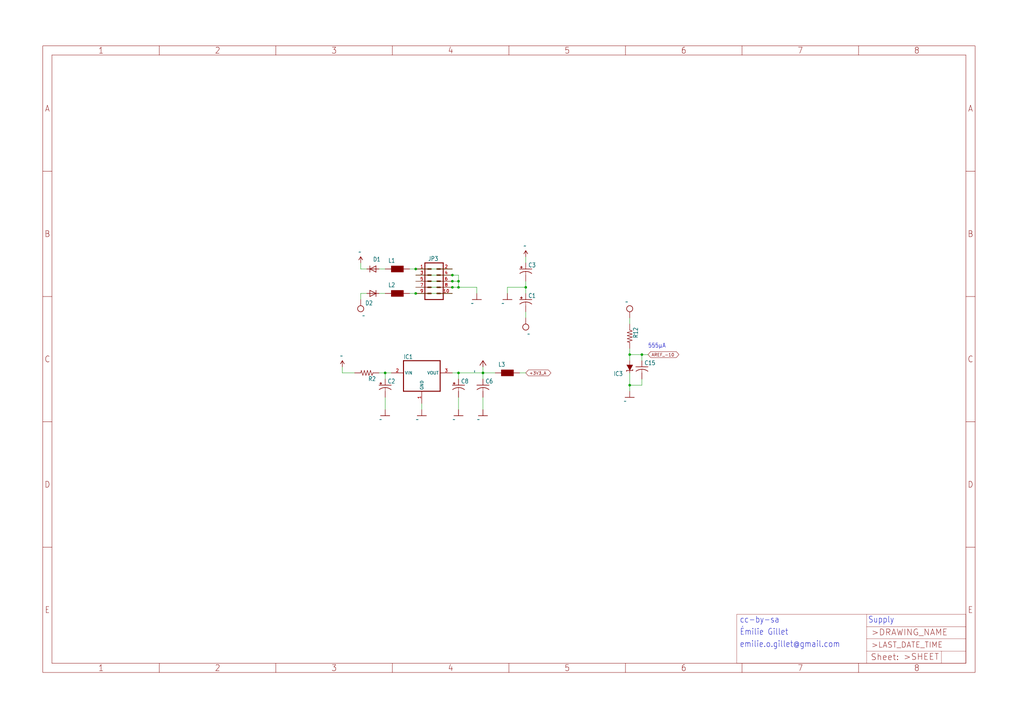
<source format=kicad_sch>
(kicad_sch (version 20211123) (generator eeschema)
  (paper "User" 425.45 299.161)
  (lib_symbols
    (symbol "rings_v30-eagle-import:+3V3" (power)
      (property "Value" "+3V3" (at -2.54 -5.08 90))
      (symbol "+3V3_1_0"
        (polyline (pts (xy 0 0) (xy -1.27 -1.905)) (stroke (width 0.254)))
        (polyline (pts (xy 1.27 -1.905) (xy 0 0)) (stroke (width 0.254)))
        (pin power_in line (at 0 -2.54 90) (length 2.54) (name "+3V3") (number "1"))
      )
    )
    (symbol "rings_v30-eagle-import:A3L-LOC"
      (symbol "A3L-LOC_0_0"
        (polyline (pts (xy 0 52.07) (xy 3.81 52.07)))
        (polyline (pts (xy 0 104.14) (xy 3.81 104.14)))
        (polyline (pts (xy 0 156.21) (xy 3.81 156.21)))
        (polyline (pts (xy 0 208.28) (xy 3.81 208.28)))
        (polyline (pts (xy 3.81 3.81) (xy 3.81 256.54)))
        (polyline (pts (xy 48.4188 0) (xy 48.4188 3.81)))
        (polyline (pts (xy 48.4188 256.54) (xy 48.4188 260.35)))
        (polyline (pts (xy 96.8375 0) (xy 96.8375 3.81)))
        (polyline (pts (xy 96.8375 256.54) (xy 96.8375 260.35)))
        (polyline (pts (xy 145.2563 0) (xy 145.2563 3.81)))
        (polyline (pts (xy 145.2563 256.54) (xy 145.2563 260.35)))
        (polyline (pts (xy 193.675 0) (xy 193.675 3.81)))
        (polyline (pts (xy 193.675 256.54) (xy 193.675 260.35)))
        (polyline (pts (xy 242.0938 0) (xy 242.0938 3.81)))
        (polyline (pts (xy 242.0938 256.54) (xy 242.0938 260.35)))
        (polyline (pts (xy 290.5125 0) (xy 290.5125 3.81)))
        (polyline (pts (xy 290.5125 256.54) (xy 290.5125 260.35)))
        (polyline (pts (xy 338.9313 0) (xy 338.9313 3.81)))
        (polyline (pts (xy 338.9313 256.54) (xy 338.9313 260.35)))
        (polyline (pts (xy 383.54 3.81) (xy 3.81 3.81)))
        (polyline (pts (xy 383.54 3.81) (xy 383.54 256.54)))
        (polyline (pts (xy 383.54 52.07) (xy 387.35 52.07)))
        (polyline (pts (xy 383.54 104.14) (xy 387.35 104.14)))
        (polyline (pts (xy 383.54 156.21) (xy 387.35 156.21)))
        (polyline (pts (xy 383.54 208.28) (xy 387.35 208.28)))
        (polyline (pts (xy 383.54 256.54) (xy 3.81 256.54)))
        (polyline (pts (xy 0 0) (xy 387.35 0) (xy 387.35 260.35) (xy 0 260.35) (xy 0 0)))
        (text "1" (at 24.2094 1.905 0) (effects (font (size 2.54 2.286))))
        (text "1" (at 24.2094 258.445 0) (effects (font (size 2.54 2.286))))
        (text "2" (at 72.6281 1.905 0) (effects (font (size 2.54 2.286))))
        (text "2" (at 72.6281 258.445 0) (effects (font (size 2.54 2.286))))
        (text "3" (at 121.0469 1.905 0) (effects (font (size 2.54 2.286))))
        (text "3" (at 121.0469 258.445 0) (effects (font (size 2.54 2.286))))
        (text "4" (at 169.4656 1.905 0) (effects (font (size 2.54 2.286))))
        (text "4" (at 169.4656 258.445 0) (effects (font (size 2.54 2.286))))
        (text "5" (at 217.8844 1.905 0) (effects (font (size 2.54 2.286))))
        (text "5" (at 217.8844 258.445 0) (effects (font (size 2.54 2.286))))
        (text "6" (at 266.3031 1.905 0) (effects (font (size 2.54 2.286))))
        (text "6" (at 266.3031 258.445 0) (effects (font (size 2.54 2.286))))
        (text "7" (at 314.7219 1.905 0) (effects (font (size 2.54 2.286))))
        (text "7" (at 314.7219 258.445 0) (effects (font (size 2.54 2.286))))
        (text "8" (at 363.1406 1.905 0) (effects (font (size 2.54 2.286))))
        (text "8" (at 363.1406 258.445 0) (effects (font (size 2.54 2.286))))
        (text "A" (at 1.905 234.315 0) (effects (font (size 2.54 2.286))))
        (text "A" (at 385.445 234.315 0) (effects (font (size 2.54 2.286))))
        (text "B" (at 1.905 182.245 0) (effects (font (size 2.54 2.286))))
        (text "B" (at 385.445 182.245 0) (effects (font (size 2.54 2.286))))
        (text "C" (at 1.905 130.175 0) (effects (font (size 2.54 2.286))))
        (text "C" (at 385.445 130.175 0) (effects (font (size 2.54 2.286))))
        (text "D" (at 1.905 78.105 0) (effects (font (size 2.54 2.286))))
        (text "D" (at 385.445 78.105 0) (effects (font (size 2.54 2.286))))
        (text "E" (at 1.905 26.035 0) (effects (font (size 2.54 2.286))))
        (text "E" (at 385.445 26.035 0) (effects (font (size 2.54 2.286))))
      )
      (symbol "A3L-LOC_1_0"
        (polyline (pts (xy 288.29 3.81) (xy 288.29 24.13)) (stroke (width 0.1016)))
        (polyline (pts (xy 288.29 3.81) (xy 342.265 3.81)) (stroke (width 0.1016)))
        (polyline (pts (xy 288.29 24.13) (xy 342.265 24.13)) (stroke (width 0.1016)))
        (polyline (pts (xy 342.265 3.81) (xy 373.38 3.81)) (stroke (width 0.1016)))
        (polyline (pts (xy 342.265 8.89) (xy 342.265 3.81)) (stroke (width 0.1016)))
        (polyline (pts (xy 342.265 8.89) (xy 342.265 13.97)) (stroke (width 0.1016)))
        (polyline (pts (xy 342.265 13.97) (xy 342.265 19.05)) (stroke (width 0.1016)))
        (polyline (pts (xy 342.265 13.97) (xy 383.54 13.97)) (stroke (width 0.1016)))
        (polyline (pts (xy 342.265 19.05) (xy 342.265 24.13)) (stroke (width 0.1016)))
        (polyline (pts (xy 342.265 19.05) (xy 383.54 19.05)) (stroke (width 0.1016)))
        (polyline (pts (xy 342.265 24.13) (xy 383.54 24.13)) (stroke (width 0.1016)))
        (polyline (pts (xy 373.38 3.81) (xy 373.38 8.89)) (stroke (width 0.1016)))
        (polyline (pts (xy 373.38 3.81) (xy 383.54 3.81)) (stroke (width 0.1016)))
        (polyline (pts (xy 373.38 8.89) (xy 342.265 8.89)) (stroke (width 0.1016)))
        (polyline (pts (xy 373.38 8.89) (xy 383.54 8.89)) (stroke (width 0.1016)))
        (polyline (pts (xy 383.54 3.81) (xy 383.54 8.89)) (stroke (width 0.1016)))
        (polyline (pts (xy 383.54 8.89) (xy 383.54 13.97)) (stroke (width 0.1016)))
        (polyline (pts (xy 383.54 13.97) (xy 383.54 19.05)) (stroke (width 0.1016)))
        (polyline (pts (xy 383.54 19.05) (xy 383.54 24.13)) (stroke (width 0.1016)))
        (text ">DRAWING_NAME" (at 344.17 15.24 0) (effects (font (size 2.54 2.54)) (justify left bottom)))
        (text ">LAST_DATE_TIME" (at 344.17 10.16 0) (effects (font (size 2.286 2.286)) (justify left bottom)))
        (text ">SHEET" (at 357.505 5.08 0) (effects (font (size 2.54 2.54)) (justify left bottom)))
        (text "Sheet:" (at 343.916 4.953 0) (effects (font (size 2.54 2.54)) (justify left bottom)))
      )
    )
    (symbol "rings_v30-eagle-import:C-USC0603"
      (property "Reference" "C" (at 1.016 0.635 0))
      (property "Value" "C-USC0603" (at 1.016 -4.191 0))
      (symbol "C-USC0603_1_0"
        (arc (start 0 -1.0161) (mid -1.302 -1.2303) (end -2.4668 -1.8504) (stroke (width 0.254)))
        (polyline (pts (xy -2.54 0) (xy 2.54 0)) (stroke (width 0.254)))
        (polyline (pts (xy 0 -1.016) (xy 0 -2.54)) (stroke (width 0.1524)))
        (arc (start 2.4892 -1.8542) (mid 1.3158 -1.2195) (end 0 -1) (stroke (width 0.254)))
        (pin passive line (at 0 2.54 270) (length 2.54) (name "1") (number "1"))
        (pin passive line (at 0 -5.08 90) (length 2.54) (name "2") (number "2"))
      )
    )
    (symbol "rings_v30-eagle-import:CPOL-USC"
      (property "Reference" "C" (at 1.016 0.635 0))
      (property "Value" "CPOL-USC" (at 1.016 -4.191 0))
      (symbol "CPOL-USC_1_0"
        (rectangle (start -2.253 0.668) (end -1.364 0.795) (fill (type outline)))
        (rectangle (start -1.872 0.287) (end -1.745 1.176) (fill (type outline)))
        (arc (start 0 -1.0161) (mid -1.3021 -1.2302) (end -2.4669 -1.8504) (stroke (width 0.254)))
        (polyline (pts (xy -2.54 0) (xy 2.54 0)) (stroke (width 0.254)))
        (polyline (pts (xy 0 -1.016) (xy 0 -2.54)) (stroke (width 0.1524)))
        (arc (start 2.4892 -1.8542) (mid 1.3158 -1.2195) (end 0 -1) (stroke (width 0.254)))
        (pin passive line (at 0 2.54 270) (length 2.54) (name "+") (number "+"))
        (pin passive line (at 0 -5.08 90) (length 2.54) (name "-") (number "-"))
      )
    )
    (symbol "rings_v30-eagle-import:CPOL-USD"
      (property "Reference" "C" (at 1.016 0.635 0))
      (property "Value" "CPOL-USD" (at 1.016 -4.191 0))
      (symbol "CPOL-USD_1_0"
        (rectangle (start -2.253 0.668) (end -1.364 0.795) (fill (type outline)))
        (rectangle (start -1.872 0.287) (end -1.745 1.176) (fill (type outline)))
        (arc (start 0 -1.0161) (mid -1.3021 -1.2302) (end -2.4669 -1.8504) (stroke (width 0.254)))
        (polyline (pts (xy -2.54 0) (xy 2.54 0)) (stroke (width 0.254)))
        (polyline (pts (xy 0 -1.016) (xy 0 -2.54)) (stroke (width 0.1524)))
        (arc (start 2.4892 -1.8542) (mid 1.3158 -1.2195) (end 0 -1) (stroke (width 0.254)))
        (pin passive line (at 0 2.54 270) (length 2.54) (name "+") (number "+"))
        (pin passive line (at 0 -5.08 90) (length 2.54) (name "-") (number "-"))
      )
    )
    (symbol "rings_v30-eagle-import:DIODE-SOD123"
      (property "Reference" "D" (at 2.54 0.4826 0))
      (property "Value" "DIODE-SOD123" (at 2.54 -2.3114 0))
      (symbol "DIODE-SOD123_1_0"
        (polyline (pts (xy -1.27 -1.27) (xy 1.27 0)) (stroke (width 0.254)))
        (polyline (pts (xy -1.27 1.27) (xy -1.27 -1.27)) (stroke (width 0.254)))
        (polyline (pts (xy 1.27 0) (xy -1.27 1.27)) (stroke (width 0.254)))
        (polyline (pts (xy 1.27 0) (xy 1.27 -1.27)) (stroke (width 0.254)))
        (polyline (pts (xy 1.27 1.27) (xy 1.27 0)) (stroke (width 0.254)))
        (pin passive line (at -2.54 0 0) (length 2.54) (name "A") (number "A"))
        (pin passive line (at 2.54 0 180) (length 2.54) (name "C") (number "C"))
      )
    )
    (symbol "rings_v30-eagle-import:GND" (power)
      (property "Value" "GND" (at -2.54 -2.54 0))
      (symbol "GND_1_0"
        (polyline (pts (xy -1.905 0) (xy 1.905 0)) (stroke (width 0.254)))
        (pin power_in line (at 0 2.54 270) (length 2.54) (name "GND") (number "1"))
      )
    )
    (symbol "rings_v30-eagle-import:LM4041DBZ"
      (property "Reference" "IC" (at 2.794 1.905 0))
      (property "Value" "LM4041DBZ" (at 2.794 -0.889 0))
      (symbol "LM4041DBZ_1_0"
        (polyline (pts (xy -1.27 1.524) (xy -1.27 1.143)) (stroke (width 0.254)))
        (polyline (pts (xy 0 1.524) (xy -1.27 1.524)) (stroke (width 0.254)))
        (polyline (pts (xy 1.27 1.524) (xy 0 1.524)) (stroke (width 0.254)))
        (polyline (pts (xy 1.27 1.905) (xy 1.27 1.524)) (stroke (width 0.254)))
        (polyline (pts (xy 0 1.524) (xy -1.27 -0.762) (xy 1.27 -0.762)) (fill (type outline)))
        (pin passive line (at 0 2.54 270) (length 2.54) (name "C") (number "1"))
        (pin passive line (at 0 -2.54 90) (length 2.54) (name "A") (number "2"))
      )
    )
    (symbol "rings_v30-eagle-import:M05X2PTH"
      (property "Reference" "JP" (at -2.54 8.382 0))
      (property "Value" "M05X2PTH" (at -2.54 -10.16 0))
      (symbol "M05X2PTH_1_0"
        (polyline (pts (xy -3.81 7.62) (xy -3.81 -7.62)) (stroke (width 0.4064)))
        (polyline (pts (xy -3.81 7.62) (xy 3.81 7.62)) (stroke (width 0.4064)))
        (polyline (pts (xy -1.27 -5.08) (xy -2.54 -5.08)) (stroke (width 0.6096)))
        (polyline (pts (xy -1.27 -2.54) (xy -2.54 -2.54)) (stroke (width 0.6096)))
        (polyline (pts (xy -1.27 0) (xy -2.54 0)) (stroke (width 0.6096)))
        (polyline (pts (xy -1.27 2.54) (xy -2.54 2.54)) (stroke (width 0.6096)))
        (polyline (pts (xy -1.27 5.08) (xy -2.54 5.08)) (stroke (width 0.6096)))
        (polyline (pts (xy 1.27 -5.08) (xy 2.54 -5.08)) (stroke (width 0.6096)))
        (polyline (pts (xy 1.27 -2.54) (xy 2.54 -2.54)) (stroke (width 0.6096)))
        (polyline (pts (xy 1.27 0) (xy 2.54 0)) (stroke (width 0.6096)))
        (polyline (pts (xy 1.27 2.54) (xy 2.54 2.54)) (stroke (width 0.6096)))
        (polyline (pts (xy 1.27 5.08) (xy 2.54 5.08)) (stroke (width 0.6096)))
        (polyline (pts (xy 3.81 -7.62) (xy -3.81 -7.62)) (stroke (width 0.4064)))
        (polyline (pts (xy 3.81 -7.62) (xy 3.81 7.62)) (stroke (width 0.4064)))
        (pin passive line (at -7.62 5.08 0) (length 5.08) (name "1") (number "1"))
        (pin passive line (at 7.62 -5.08 180) (length 5.08) (name "10") (number "10"))
        (pin passive line (at 7.62 5.08 180) (length 5.08) (name "2") (number "2"))
        (pin passive line (at -7.62 2.54 0) (length 5.08) (name "3") (number "3"))
        (pin passive line (at 7.62 2.54 180) (length 5.08) (name "4") (number "4"))
        (pin passive line (at -7.62 0 0) (length 5.08) (name "5") (number "5"))
        (pin passive line (at 7.62 0 180) (length 5.08) (name "6") (number "6"))
        (pin passive line (at -7.62 -2.54 0) (length 5.08) (name "7") (number "7"))
        (pin passive line (at 7.62 -2.54 180) (length 5.08) (name "8") (number "8"))
        (pin passive line (at -7.62 -5.08 0) (length 5.08) (name "9") (number "9"))
      )
    )
    (symbol "rings_v30-eagle-import:R-US_R0603"
      (property "Reference" "R" (at -3.81 1.4986 0))
      (property "Value" "R-US_R0603" (at -3.81 -3.302 0))
      (symbol "R-US_R0603_1_0"
        (polyline (pts (xy -2.54 0) (xy -2.159 1.016)) (stroke (width 0.2032)))
        (polyline (pts (xy -2.159 1.016) (xy -1.524 -1.016)) (stroke (width 0.2032)))
        (polyline (pts (xy -1.524 -1.016) (xy -0.889 1.016)) (stroke (width 0.2032)))
        (polyline (pts (xy -0.889 1.016) (xy -0.254 -1.016)) (stroke (width 0.2032)))
        (polyline (pts (xy -0.254 -1.016) (xy 0.381 1.016)) (stroke (width 0.2032)))
        (polyline (pts (xy 0.381 1.016) (xy 1.016 -1.016)) (stroke (width 0.2032)))
        (polyline (pts (xy 1.016 -1.016) (xy 1.651 1.016)) (stroke (width 0.2032)))
        (polyline (pts (xy 1.651 1.016) (xy 2.286 -1.016)) (stroke (width 0.2032)))
        (polyline (pts (xy 2.286 -1.016) (xy 2.54 0)) (stroke (width 0.2032)))
        (pin passive line (at -5.08 0 0) (length 2.54) (name "1") (number "1"))
        (pin passive line (at 5.08 0 180) (length 2.54) (name "2") (number "2"))
      )
    )
    (symbol "rings_v30-eagle-import:R-US_R1206"
      (property "Reference" "R" (at -3.81 1.4986 0))
      (property "Value" "R-US_R1206" (at -3.81 -3.302 0))
      (symbol "R-US_R1206_1_0"
        (polyline (pts (xy -2.54 0) (xy -2.159 1.016)) (stroke (width 0.2032)))
        (polyline (pts (xy -2.159 1.016) (xy -1.524 -1.016)) (stroke (width 0.2032)))
        (polyline (pts (xy -1.524 -1.016) (xy -0.889 1.016)) (stroke (width 0.2032)))
        (polyline (pts (xy -0.889 1.016) (xy -0.254 -1.016)) (stroke (width 0.2032)))
        (polyline (pts (xy -0.254 -1.016) (xy 0.381 1.016)) (stroke (width 0.2032)))
        (polyline (pts (xy 0.381 1.016) (xy 1.016 -1.016)) (stroke (width 0.2032)))
        (polyline (pts (xy 1.016 -1.016) (xy 1.651 1.016)) (stroke (width 0.2032)))
        (polyline (pts (xy 1.651 1.016) (xy 2.286 -1.016)) (stroke (width 0.2032)))
        (polyline (pts (xy 2.286 -1.016) (xy 2.54 0)) (stroke (width 0.2032)))
        (pin passive line (at -5.08 0 0) (length 2.54) (name "1") (number "1"))
        (pin passive line (at 5.08 0 180) (length 2.54) (name "2") (number "2"))
      )
    )
    (symbol "rings_v30-eagle-import:REG1117T"
      (property "Reference" "IC" (at -7.62 5.715 0))
      (property "Value" "REG1117T" (at -5.08 2.54 0))
      (symbol "REG1117T_1_0"
        (polyline (pts (xy -7.62 -7.62) (xy 7.62 -7.62)) (stroke (width 0.4064)))
        (polyline (pts (xy -7.62 5.08) (xy -7.62 -7.62)) (stroke (width 0.4064)))
        (polyline (pts (xy 7.62 -7.62) (xy 7.62 5.08)) (stroke (width 0.4064)))
        (polyline (pts (xy 7.62 5.08) (xy -7.62 5.08)) (stroke (width 0.4064)))
        (pin power_in line (at 0 -12.7 90) (length 5.08) (name "GND") (number "1"))
        (pin input line (at -12.7 0 0) (length 5.08) (name "VIN") (number "2"))
        (pin output line (at 12.7 0 180) (length 5.08) (name "VOUT") (number "3"))
      )
    )
    (symbol "rings_v30-eagle-import:VCC" (power)
      (property "Value" "VCC" (at -1.016 3.556 0))
      (symbol "VCC_1_0"
        (polyline (pts (xy 0 2.54) (xy -0.762 1.27)) (stroke (width 0.254)))
        (polyline (pts (xy 0.762 1.27) (xy 0 2.54)) (stroke (width 0.254)))
        (pin power_in line (at 0 0 90) (length 2.54) (name "VCC") (number "1"))
      )
    )
    (symbol "rings_v30-eagle-import:VEE" (power)
      (property "Value" "VEE" (at -1.905 3.175 0))
      (symbol "VEE_1_0"
        (circle (center 0 1.27) (radius 1.27) (stroke (width 0.254)))
        (pin power_in line (at 0 -2.54 90) (length 2.54) (name "VEE") (number "1"))
      )
    )
    (symbol "rings_v30-eagle-import:WE-CBF_0603"
      (property "Reference" "L" (at -3.81 5.08 0))
      (property "Value" "WE-CBF_0603" (at -3.81 -1.27 0))
      (symbol "WE-CBF_0603_1_0"
        (rectangle (start -2.54 1.27) (end 2.54 3.81) (fill (type outline)))
        (pin passive line (at -5.08 2.54 0) (length 2.54) (name "1") (number "1"))
        (pin passive line (at 5.08 2.54 180) (length 2.54) (name "2") (number "2"))
      )
    )
  )
  (junction (at 190.5 116.84))
  (junction (at 172.72 121.92))
  (junction (at 266.7 147.32))
  (junction (at 261.62 160.02))
  (junction (at 187.96 116.84))
  (junction (at 200.66 154.94))
  (junction (at 190.5 154.94))
  (junction (at 187.96 119.38))
  (junction (at 261.62 147.32))
  (junction (at 218.44 119.38))
  (junction (at 172.72 111.76))
  (junction (at 160.02 154.94))
  (junction (at 190.5 119.38))
  (junction (at 187.96 114.3))
  (wire (pts (xy 261.62 160.02) (xy 266.7 160.02)))
  (wire (pts (xy 190.5 116.84) (xy 190.5 119.38)))
  (wire (pts (xy 157.48 121.92) (xy 160.02 121.92)))
  (wire (pts (xy 172.72 119.38) (xy 187.96 119.38)))
  (wire (pts (xy 170.18 121.92) (xy 172.72 121.92)))
  (wire (pts (xy 218.44 129.54) (xy 218.44 132.08)))
  (wire (pts (xy 200.66 154.94) (xy 200.66 152.4)))
  (wire (pts (xy 200.66 154.94) (xy 200.66 157.48)))
  (wire (pts (xy 205.74 154.94) (xy 200.66 154.94)))
  (wire (pts (xy 218.44 119.38) (xy 210.82 119.38)))
  (wire (pts (xy 215.9 154.94) (xy 218.44 154.94)))
  (wire (pts (xy 198.12 119.38) (xy 198.12 121.92)))
  (wire (pts (xy 149.86 111.76) (xy 152.4 111.76)))
  (wire (pts (xy 200.66 165.1) (xy 200.66 170.18)))
  (wire (pts (xy 142.24 154.94) (xy 142.24 152.4)))
  (wire (pts (xy 190.5 154.94) (xy 200.66 154.94)))
  (wire (pts (xy 160.02 157.48) (xy 160.02 154.94)))
  (wire (pts (xy 218.44 109.22) (xy 218.44 106.68)))
  (wire (pts (xy 266.7 147.32) (xy 269.24 147.32)))
  (wire (pts (xy 266.7 157.48) (xy 266.7 160.02)))
  (wire (pts (xy 172.72 111.76) (xy 187.96 111.76)))
  (wire (pts (xy 187.96 154.94) (xy 190.5 154.94)))
  (wire (pts (xy 261.62 149.86) (xy 261.62 147.32)))
  (wire (pts (xy 175.26 167.64) (xy 175.26 170.18)))
  (wire (pts (xy 190.5 165.1) (xy 190.5 170.18)))
  (wire (pts (xy 261.62 134.62) (xy 261.62 132.08)))
  (wire (pts (xy 261.62 147.32) (xy 261.62 144.78)))
  (wire (pts (xy 147.32 154.94) (xy 142.24 154.94)))
  (wire (pts (xy 190.5 116.84) (xy 187.96 116.84)))
  (wire (pts (xy 210.82 119.38) (xy 210.82 121.92)))
  (wire (pts (xy 149.86 121.92) (xy 149.86 124.46)))
  (wire (pts (xy 157.48 111.76) (xy 160.02 111.76)))
  (wire (pts (xy 149.86 111.76) (xy 149.86 109.22)))
  (wire (pts (xy 170.18 111.76) (xy 172.72 111.76)))
  (wire (pts (xy 190.5 119.38) (xy 198.12 119.38)))
  (wire (pts (xy 218.44 119.38) (xy 218.44 116.84)))
  (wire (pts (xy 266.7 147.32) (xy 261.62 147.32)))
  (wire (pts (xy 149.86 121.92) (xy 152.4 121.92)))
  (wire (pts (xy 261.62 154.94) (xy 261.62 160.02)))
  (wire (pts (xy 187.96 119.38) (xy 190.5 119.38)))
  (wire (pts (xy 266.7 147.32) (xy 266.7 149.86)))
  (wire (pts (xy 261.62 160.02) (xy 261.62 162.56)))
  (wire (pts (xy 187.96 116.84) (xy 172.72 116.84)))
  (wire (pts (xy 172.72 121.92) (xy 187.96 121.92)))
  (wire (pts (xy 218.44 119.38) (xy 218.44 121.92)))
  (wire (pts (xy 190.5 114.3) (xy 190.5 116.84)))
  (wire (pts (xy 187.96 114.3) (xy 190.5 114.3)))
  (wire (pts (xy 160.02 165.1) (xy 160.02 170.18)))
  (wire (pts (xy 157.48 154.94) (xy 160.02 154.94)))
  (wire (pts (xy 160.02 154.94) (xy 162.56 154.94)))
  (wire (pts (xy 190.5 157.48) (xy 190.5 154.94)))
  (wire (pts (xy 172.72 114.3) (xy 187.96 114.3)))
  (text "555µA" (at 269.24 144.78 180) (effects (font (size 1.778 1.5113)) (justify left bottom)))
  (text "Émilie Gillet" (at 307.34 264.16 180) (effects (font (size 2.54 2.159)) (justify left bottom)))
  (text "emilie.o.gillet@gmail.com" (at 307.34 269.24 180) (effects (font (size 2.54 2.159)) (justify left bottom)))
  (text "Supply" (at 360.68 259.08 180) (effects (font (size 2.54 2.159)) (justify left bottom)))
  (text "cc-by-sa" (at 307.34 259.08 180) (effects (font (size 2.54 2.159)) (justify left bottom)))
  (global_label "AREF_-10" (shape bidirectional) (at 269.24 147.32 0) (effects (font (size 1.2446 1.2446))) (property "Intersheet References" "${INTERSHEET_REFS}" (effects hide)))
  (global_label "+3V3_A" (shape bidirectional) (at 218.44 154.94 0) (effects (font (size 1.2446 1.2446))) (property "Intersheet References" "${INTERSHEET_REFS}" (effects hide)))
  (symbol (lib_id "rings_v30-eagle-import:CPOL-USD") (at 190.5 160.02 0) (unit 1)
    (property "Reference" "C8" (at 191.516 159.385 0) (effects (font (size 1.778 1.5113)) (justify left bottom)))
  )
  (symbol (lib_id "rings_v30-eagle-import:GND") (at 160.02 172.72 0) (unit 1)
    (property "Reference" "#GND43" (effects hide))
  )
  (symbol (lib_id "rings_v30-eagle-import:WE-CBF_0603") (at 165.1 124.46 0) (unit 1)
    (property "Reference" "L2" (at 161.29 119.38 0) (effects (font (size 1.778 1.5113)) (justify left bottom)))
  )
  (symbol (lib_id "rings_v30-eagle-import:VCC") (at 149.86 109.22 0) (unit 1)
    (property "Reference" "#P+2" (effects hide))
  )
  (symbol (lib_id "rings_v30-eagle-import:CPOL-USD") (at 160.02 160.02 0) (unit 1)
    (property "Reference" "C2" (at 161.036 159.385 0) (effects (font (size 1.778 1.5113)) (justify left bottom)))
  )
  (symbol (lib_id "rings_v30-eagle-import:REG1117T") (at 175.26 154.94 0) (unit 1)
    (property "Reference" "IC1" (at 167.64 149.225 0) (effects (font (size 1.778 1.5113)) (justify left bottom)))
  )
  (symbol (lib_id "rings_v30-eagle-import:GND") (at 175.26 172.72 0) (unit 1)
    (property "Reference" "#GND34" (effects hide))
  )
  (symbol (lib_id "rings_v30-eagle-import:DIODE-SOD123") (at 154.94 121.92 0) (unit 1)
    (property "Reference" "D2" (at 154.94 124.9426 0) (effects (font (size 1.778 1.5113)) (justify right top)))
  )
  (symbol (lib_id "rings_v30-eagle-import:M05X2PTH") (at 180.34 116.84 0) (unit 1)
    (property "Reference" "JP3" (at 177.8 108.458 0) (effects (font (size 1.778 1.5113)) (justify left bottom)))
  )
  (symbol (lib_id "rings_v30-eagle-import:GND") (at 200.66 172.72 0) (unit 1)
    (property "Reference" "#GND36" (effects hide))
  )
  (symbol (lib_id "rings_v30-eagle-import:CPOL-USD") (at 218.44 111.76 0) (unit 1)
    (property "Reference" "C3" (at 219.456 111.125 0) (effects (font (size 1.778 1.5113)) (justify left bottom)))
  )
  (symbol (lib_id "rings_v30-eagle-import:VEE") (at 218.44 134.62 180) (unit 1)
    (property "Reference" "#SUPPLY3" (effects hide))
  )
  (symbol (lib_id "rings_v30-eagle-import:R-US_R1206") (at 152.4 154.94 180) (unit 1)
    (property "Reference" "R2" (at 156.21 156.4386 0) (effects (font (size 1.778 1.5113)) (justify left bottom)))
  )
  (symbol (lib_id "rings_v30-eagle-import:GND") (at 261.62 165.1 0) (unit 1)
    (property "Reference" "#GND69" (effects hide))
  )
  (symbol (lib_id "rings_v30-eagle-import:CPOL-USC") (at 218.44 124.46 0) (unit 1)
    (property "Reference" "C1" (at 219.456 123.825 0) (effects (font (size 1.778 1.5113)) (justify left bottom)))
  )
  (symbol (lib_id "rings_v30-eagle-import:DIODE-SOD123") (at 154.94 111.76 180) (unit 1)
    (property "Reference" "D1" (at 154.94 108.7374 0) (effects (font (size 1.778 1.5113)) (justify right top)))
  )
  (symbol (lib_id "rings_v30-eagle-import:A3L-LOC") (at 17.78 279.4 0) (unit 1)
    (property "Reference" "#FRAME2" (effects hide))
  )
  (symbol (lib_id "rings_v30-eagle-import:R-US_R0603") (at 261.62 139.7 270) (unit 1)
    (property "Reference" "R12" (at 263.1186 135.89 0) (effects (font (size 1.778 1.5113)) (justify left bottom)))
  )
  (symbol (lib_id "rings_v30-eagle-import:+3V3") (at 200.66 149.86 0) (unit 1)
    (property "Reference" "#+3V1" (effects hide))
  )
  (symbol (lib_id "rings_v30-eagle-import:VEE") (at 149.86 127 180) (unit 1)
    (property "Reference" "#SUPPLY2" (effects hide))
  )
  (symbol (lib_id "rings_v30-eagle-import:LM4041DBZ") (at 261.62 152.4 180) (unit 1)
    (property "Reference" "IC3" (at 258.826 154.305 0) (effects (font (size 1.778 1.5113)) (justify left bottom)))
  )
  (symbol (lib_id "rings_v30-eagle-import:GND") (at 210.82 124.46 0) (unit 1)
    (property "Reference" "#GND24" (effects hide))
  )
  (symbol (lib_id "rings_v30-eagle-import:C-USC0603") (at 266.7 152.4 0) (unit 1)
    (property "Reference" "C15" (at 267.716 151.765 0) (effects (font (size 1.778 1.5113)) (justify left bottom)))
  )
  (symbol (lib_id "rings_v30-eagle-import:WE-CBF_0603") (at 210.82 157.48 0) (unit 1)
    (property "Reference" "L3" (at 207.01 152.4 0) (effects (font (size 1.778 1.5113)) (justify left bottom)))
  )
  (symbol (lib_id "rings_v30-eagle-import:WE-CBF_0603") (at 165.1 114.3 0) (unit 1)
    (property "Reference" "L1" (at 161.29 109.22 0) (effects (font (size 1.778 1.5113)) (justify left bottom)))
  )
  (symbol (lib_id "rings_v30-eagle-import:GND") (at 190.5 172.72 0) (unit 1)
    (property "Reference" "#GND35" (effects hide))
  )
  (symbol (lib_id "rings_v30-eagle-import:VCC") (at 142.24 152.4 0) (unit 1)
    (property "Reference" "#P+8" (effects hide))
  )
  (symbol (lib_id "rings_v30-eagle-import:VEE") (at 261.62 129.54 0) (unit 1)
    (property "Reference" "#SUPPLY1" (effects hide))
  )
  (symbol (lib_id "rings_v30-eagle-import:GND") (at 198.12 124.46 0) (unit 1)
    (property "Reference" "#GND4" (effects hide))
  )
  (symbol (lib_id "rings_v30-eagle-import:VCC") (at 218.44 106.68 0) (unit 1)
    (property "Reference" "#P+3" (effects hide))
  )
  (symbol (lib_id "rings_v30-eagle-import:C-USC0603") (at 200.66 160.02 0) (unit 1)
    (property "Reference" "C6" (at 201.676 159.385 0) (effects (font (size 1.778 1.5113)) (justify left bottom)))
  )
)
</source>
